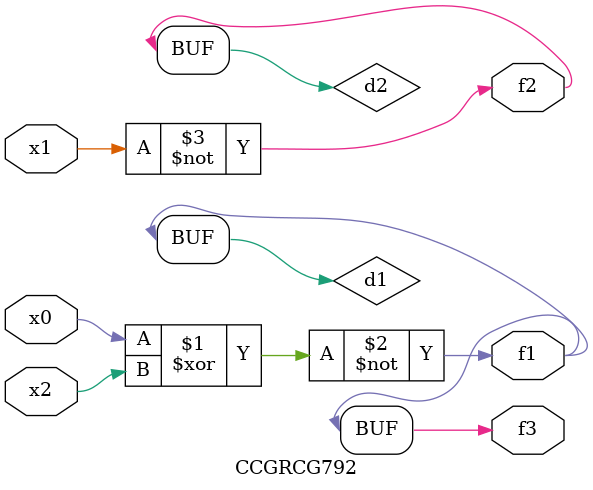
<source format=v>
module CCGRCG792(
	input x0, x1, x2,
	output f1, f2, f3
);

	wire d1, d2, d3;

	xnor (d1, x0, x2);
	nand (d2, x1);
	nor (d3, x1, x2);
	assign f1 = d1;
	assign f2 = d2;
	assign f3 = d1;
endmodule

</source>
